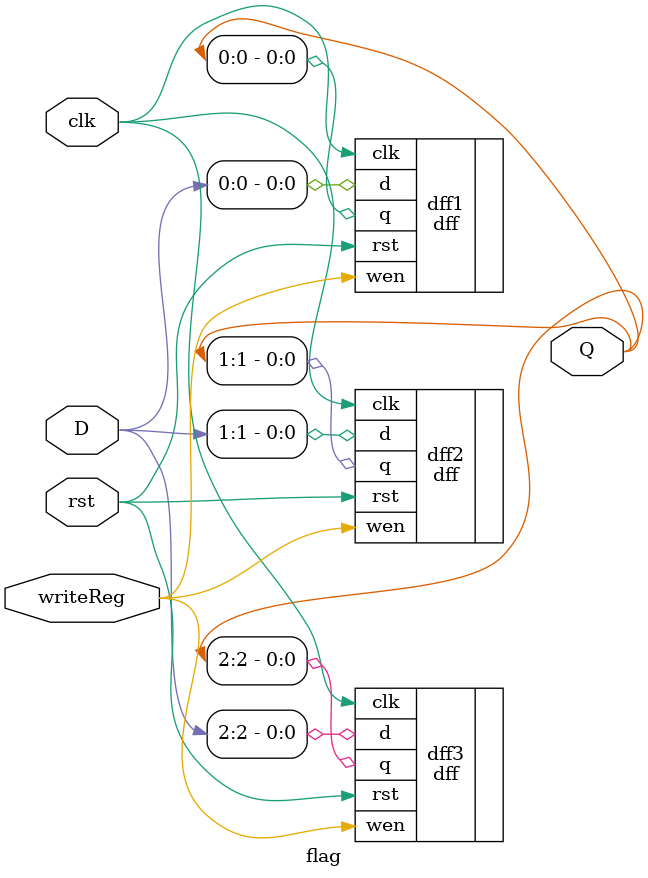
<source format=v>
module flag(clk, rst, D, writeReg, Q);
input clk, rst, writeReg;
input [2:0] D;
output [2:0] Q; //assign output based on matching condition code with flag conditions assuming (Z, V, N).

//instantiate module
 dff dff1(.q(Q[0]), .d(D[0]), .wen(writeReg), .clk(clk), .rst(rst)); //Z
 dff dff2(.q(Q[1]), .d(D[1]), .wen(writeReg), .clk(clk), .rst(rst)); //V
 dff dff3(.q(Q[2]), .d(D[2]), .wen(writeReg), .clk(clk), .rst(rst)); //N

endmodule 
</source>
